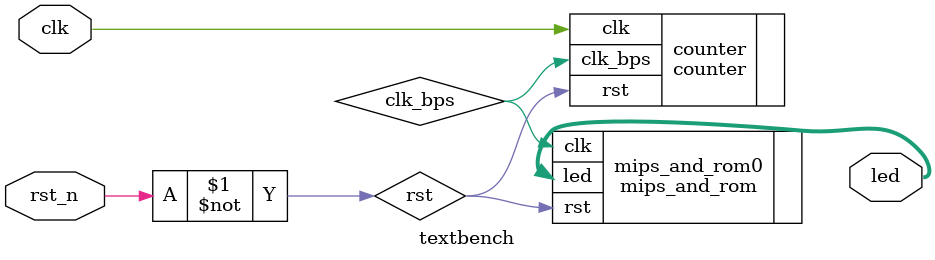
<source format=v>
`timescale 1ns / 1ps

`include "defines.v"
module textbench(
        input clk,
 	 	input rst_n,
        output wire[15:0] led
        );
       wire clk_bps;
	 	wire rst;
	 	assign rst = ~rst_n;
  counter counter(
	 		.clk( clk ),
	 		.rst( rst ),
	 		.clk_bps( clk_bps )
	 	);
//   reg     CLOCK_50;
//   reg     rst;
//   initial begin
//     CLOCK_50 = 1'b0;
//     forever #10 CLOCK_50 = ~CLOCK_50;
//   end
      
//   initial begin
//     rst = `RstEnable;
//     #195 rst= `RstDisable;
//     #1000 $stop;
//   end


  mips_and_rom mips_and_rom0(
		.clk(clk_bps),
		.rst(rst)	,
    .led(led)
	);
endmodule

</source>
